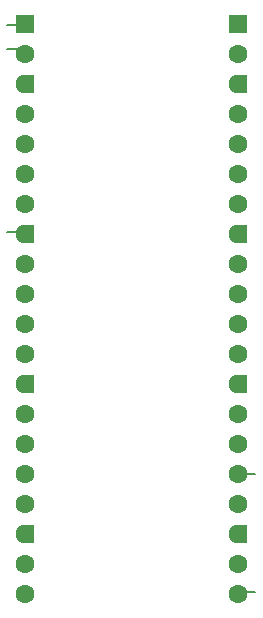
<source format=gtl>
%TF.GenerationSoftware,KiCad,Pcbnew,9.0.6-9.0.6~ubuntu22.04.1*%
%TF.CreationDate,2026-01-23T17:03:56+00:00*%
%TF.ProjectId,mm_raspberry_pi_pico,6d6d5f72-6173-4706-9265-7272795f7069,v0.1*%
%TF.SameCoordinates,PX8d24d00PY37ca3a0*%
%TF.FileFunction,Copper,L1,Top*%
%TF.FilePolarity,Positive*%
%FSLAX45Y45*%
G04 Gerber Fmt 4.5, Leading zero omitted, Abs format (unit mm)*
G04 Created by KiCad (PCBNEW 9.0.6-9.0.6~ubuntu22.04.1) date 2026-01-23 17:03:56*
%MOMM*%
%LPD*%
G01*
G04 APERTURE LIST*
G04 Aperture macros list*
%AMRoundRect*
0 Rectangle with rounded corners*
0 $1 Rounding radius*
0 $2 $3 $4 $5 $6 $7 $8 $9 X,Y pos of 4 corners*
0 Add a 4 corners polygon primitive as box body*
4,1,4,$2,$3,$4,$5,$6,$7,$8,$9,$2,$3,0*
0 Add four circle primitives for the rounded corners*
1,1,$1+$1,$2,$3*
1,1,$1+$1,$4,$5*
1,1,$1+$1,$6,$7*
1,1,$1+$1,$8,$9*
0 Add four rect primitives between the rounded corners*
20,1,$1+$1,$2,$3,$4,$5,0*
20,1,$1+$1,$4,$5,$6,$7,0*
20,1,$1+$1,$6,$7,$8,$9,0*
20,1,$1+$1,$8,$9,$2,$3,0*%
%AMFreePoly0*
4,1,37,0.603843,0.796157,0.639018,0.796157,0.711114,0.766294,0.766294,0.711114,0.796157,0.639018,0.796157,0.603843,0.800000,0.600000,0.800000,-0.600000,0.796157,-0.603843,0.796157,-0.639018,0.766294,-0.711114,0.711114,-0.766294,0.639018,-0.796157,0.603843,-0.796157,0.600000,-0.800000,0.000000,-0.800000,0.000000,-0.796148,-0.078414,-0.796148,-0.232228,-0.765552,-0.377117,-0.705537,
-0.507515,-0.618408,-0.618408,-0.507515,-0.705537,-0.377117,-0.765552,-0.232228,-0.796148,-0.078414,-0.796148,0.078414,-0.765552,0.232228,-0.705537,0.377117,-0.618408,0.507515,-0.507515,0.618408,-0.377117,0.705537,-0.232228,0.765552,-0.078414,0.796148,0.000000,0.796148,0.000000,0.800000,0.600000,0.800000,0.603843,0.796157,0.603843,0.796157,$1*%
G04 Aperture macros list end*
%TA.AperFunction,SMDPad,CuDef*%
%ADD10C,0.125000*%
%TD*%
%TA.AperFunction,ComponentPad*%
%ADD11RoundRect,0.200000X-0.600000X-0.600000X0.600000X-0.600000X0.600000X0.600000X-0.600000X0.600000X0*%
%TD*%
%TA.AperFunction,ComponentPad*%
%ADD12C,1.600000*%
%TD*%
%TA.AperFunction,ComponentPad*%
%ADD13FreePoly0,0.000000*%
%TD*%
%TA.AperFunction,Conductor*%
%ADD14C,0.200000*%
%TD*%
G04 APERTURE END LIST*
D10*
%TO.P,GS4,1,SCL*%
%TO.N,/GPIO1*%
X-1050000Y2200000D03*
%TD*%
%TO.P,GS2,1,+5V*%
%TO.N,+5V*%
X1050000Y-2400000D03*
%TD*%
%TO.P,GS1,1,+3V3*%
%TO.N,+3V3*%
X1050000Y-1400000D03*
%TD*%
D11*
%TO.P,J1,1,GPIO0*%
%TO.N,/GPIO0*%
X-900000Y2413000D03*
D12*
%TO.P,J1,2,GPIO1*%
%TO.N,/GPIO1*%
X-900000Y2159000D03*
D13*
%TO.P,J1,3,GND*%
%TO.N,GND*%
X-900000Y1905000D03*
D12*
%TO.P,J1,4,GPIO2*%
%TO.N,unconnected-(J1-GPIO2-Pad4)*%
X-900000Y1651000D03*
%TO.P,J1,5,GPIO3*%
%TO.N,unconnected-(J1-GPIO3-Pad5)*%
X-900000Y1397000D03*
%TO.P,J1,6,GPIO4*%
%TO.N,unconnected-(J1-GPIO4-Pad6)*%
X-900000Y1143000D03*
%TO.P,J1,7,GPIO5*%
%TO.N,unconnected-(J1-GPIO5-Pad7)*%
X-900000Y889000D03*
D13*
%TO.P,J1,8,GND*%
%TO.N,GND*%
X-900000Y635000D03*
D12*
%TO.P,J1,9,GPIO6*%
%TO.N,unconnected-(J1-GPIO6-Pad9)*%
X-900000Y381000D03*
%TO.P,J1,10,GPIO7*%
%TO.N,unconnected-(J1-GPIO7-Pad10)*%
X-900000Y127000D03*
%TO.P,J1,11,GPIO8*%
%TO.N,unconnected-(J1-GPIO8-Pad11)*%
X-900000Y-127000D03*
%TO.P,J1,12,GPIO9*%
%TO.N,unconnected-(J1-GPIO9-Pad12)*%
X-900000Y-381000D03*
D13*
%TO.P,J1,13,GND*%
%TO.N,GND*%
X-900000Y-635000D03*
D12*
%TO.P,J1,14,GPIO10*%
%TO.N,unconnected-(J1-GPIO10-Pad14)*%
X-900000Y-889000D03*
%TO.P,J1,15,GPIO11*%
%TO.N,unconnected-(J1-GPIO11-Pad15)*%
X-900000Y-1143000D03*
%TO.P,J1,16,GPIO12*%
%TO.N,unconnected-(J1-GPIO12-Pad16)*%
X-900000Y-1397000D03*
%TO.P,J1,17,GPIO13*%
%TO.N,unconnected-(J1-GPIO13-Pad17)*%
X-900000Y-1651000D03*
D13*
%TO.P,J1,18,GND*%
%TO.N,GND*%
X-900000Y-1905000D03*
D12*
%TO.P,J1,19,GPIO14*%
%TO.N,unconnected-(J1-GPIO14-Pad19)*%
X-900000Y-2159000D03*
%TO.P,J1,20,GPIO15*%
%TO.N,unconnected-(J1-GPIO15-Pad20)*%
X-900000Y-2413000D03*
%TD*%
D10*
%TO.P,GS3,1,SDA*%
%TO.N,/GPIO0*%
X-1050000Y2400000D03*
%TD*%
D11*
%TO.P,J2,1,GPIO16*%
%TO.N,unconnected-(J2-GPIO16-Pad1)*%
X900000Y2413000D03*
D12*
%TO.P,J2,2,GPIO17*%
%TO.N,unconnected-(J2-GPIO17-Pad2)*%
X900000Y2159000D03*
D13*
%TO.P,J2,3,GND*%
%TO.N,GND*%
X900000Y1905000D03*
D12*
%TO.P,J2,4,GPIO18*%
%TO.N,unconnected-(J2-GPIO18-Pad4)*%
X900000Y1651000D03*
%TO.P,J2,5,GPIO19*%
%TO.N,unconnected-(J2-GPIO19-Pad5)*%
X900000Y1397000D03*
%TO.P,J2,6,GPIO20*%
%TO.N,unconnected-(J2-GPIO20-Pad6)*%
X900000Y1143000D03*
%TO.P,J2,7,GPIO21*%
%TO.N,unconnected-(J2-GPIO21-Pad7)*%
X900000Y889000D03*
D13*
%TO.P,J2,8,GND*%
%TO.N,GND*%
X900000Y635000D03*
D12*
%TO.P,J2,9,GPIO22*%
%TO.N,unconnected-(J2-GPIO22-Pad9)*%
X900000Y381000D03*
%TO.P,J2,10,RUN*%
%TO.N,unconnected-(J2-RUN-Pad10)*%
X900000Y127000D03*
%TO.P,J2,11,GPIO26_ADC0*%
%TO.N,unconnected-(J2-GPIO26_ADC0-Pad11)*%
X900000Y-127000D03*
%TO.P,J2,12,GPIO27_ADC1*%
%TO.N,unconnected-(J2-GPIO27_ADC1-Pad12)*%
X900000Y-381000D03*
D13*
%TO.P,J2,13,AGND*%
%TO.N,unconnected-(J2-AGND-Pad13)*%
X900000Y-635000D03*
D12*
%TO.P,J2,14,GPIO28_ADC2*%
%TO.N,unconnected-(J2-GPIO28_ADC2-Pad14)*%
X900000Y-889000D03*
%TO.P,J2,15,ADC_VREF*%
%TO.N,unconnected-(J2-ADC_VREF-Pad15)*%
X900000Y-1143000D03*
%TO.P,J2,16,3V3*%
%TO.N,+3V3*%
X900000Y-1397000D03*
%TO.P,J2,17,3V3_EN*%
%TO.N,unconnected-(J2-3V3_EN-Pad17)*%
X900000Y-1651000D03*
D13*
%TO.P,J2,18,GND*%
%TO.N,GND*%
X900000Y-1905000D03*
D12*
%TO.P,J2,19,VSYS*%
%TO.N,unconnected-(J2-VSYS-Pad19)*%
X900000Y-2159000D03*
%TO.P,J2,20,VBUS*%
%TO.N,+5V*%
X900000Y-2413000D03*
%TD*%
D10*
%TO.P,GS5,1,GND*%
%TO.N,GND*%
X-1050000Y650000D03*
%TD*%
D14*
%TO.N,GND*%
X-915000Y650000D02*
X-900000Y635000D01*
X-1050000Y650000D02*
X-915000Y650000D01*
%TO.N,+3V3*%
X1050000Y-1400000D02*
X903000Y-1400000D01*
X903000Y-1400000D02*
X900000Y-1397000D01*
%TO.N,+5V*%
X913000Y-2400000D02*
X900000Y-2413000D01*
X1050000Y-2400000D02*
X913000Y-2400000D01*
%TO.N,/GPIO0*%
X-1050000Y2400000D02*
X-913000Y2400000D01*
X-913000Y2400000D02*
X-900000Y2413000D01*
%TO.N,/GPIO1*%
X-1050000Y2200000D02*
X-941000Y2200000D01*
X-941000Y2200000D02*
X-900000Y2159000D01*
%TD*%
M02*

</source>
